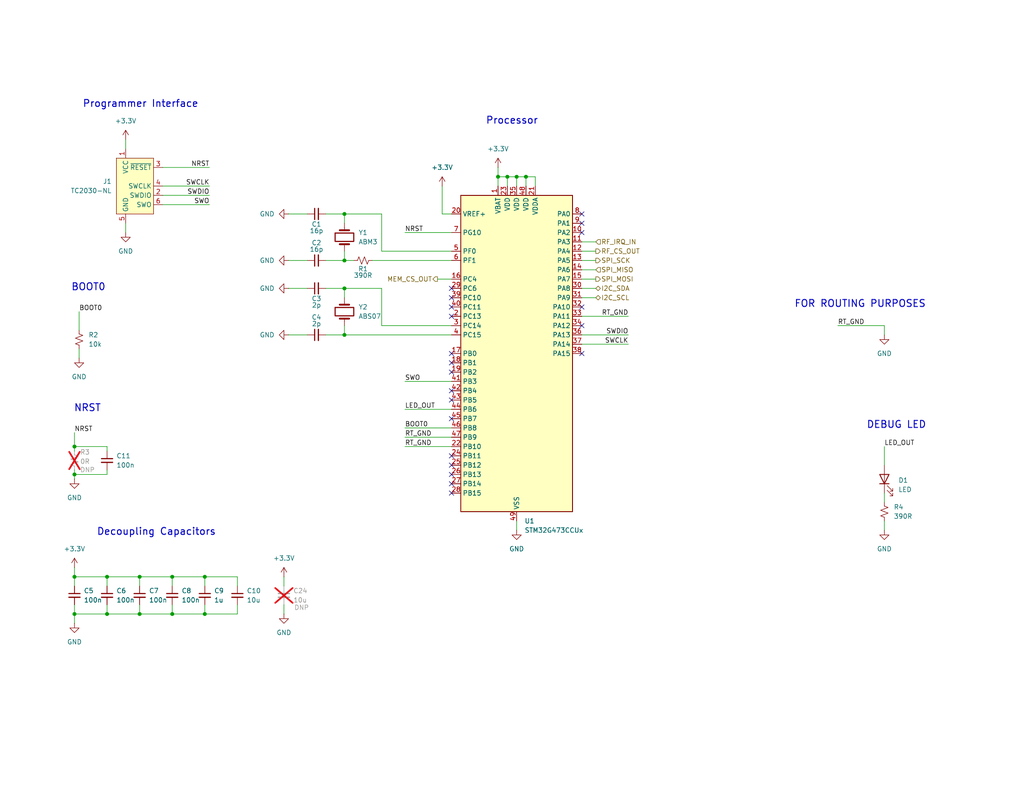
<source format=kicad_sch>
(kicad_sch (version 20250114) (generator "eeschema") (generator_version "9.0")
  (paper "USLetter")
  (title_block (title "Processor") (rev "1.0"))
  (lib_symbols
    (symbol "Connector:Conn_ARM_SWD_TagConnect_TC2030-NL" (in_bom no)
      (property "Reference" "J" (at 2.54 11.43 0))
      (property "Value" "Conn_ARM_SWD_TagConnect_TC2030-NL" (at 2.54 8.89 0))
      (symbol "Conn_ARM_SWD_TagConnect_TC2030-NL_0_0"
        (pin power_in line (at -2.54 10.16 270) (length 2.54) (name "VCC") (number "1"))
        (pin power_in line (at -2.54 -10.16 90) (length 2.54) (name "GND") (number "5"))
        (pin open_collector line (at 7.62 5.08 180) (length 2.54) (name "~{RESET}") (number "3"))
        (pin output line (at 7.62 0 180) (length 2.54) (name "SWCLK") (number "4"))
        (pin bidirectional line (at 7.62 -2.54 180) (length 2.54) (name "SWDIO") (number "2"))
        (pin input line (at 7.62 -5.08 180) (length 2.54) (name "SWO") (number "6"))
      )
      (symbol "Conn_ARM_SWD_TagConnect_TC2030-NL_0_1"
        (rectangle (start -5.08 7.62) (end 5.08 -7.62) (fill (type background)))
      )
    )
    (symbol "Device:C_Small" (pin_numbers (hide yes)) (pin_names (offset 0.254) (hide yes))
      (property "Reference" "C" (at 0.254 1.778 0))
      (property "Value" "C_Small" (at 0.254 -2.032 0))
      (symbol "C_Small_0_1"
        (polyline (pts (xy -1.524 0.508) (xy 1.524 0.508)) (stroke (width 0.3048)))
        (polyline (pts (xy -1.524 -0.508) (xy 1.524 -0.508)) (stroke (width 0.3302)))
      )
      (symbol "C_Small_1_1"
        (pin passive line (at 0 2.54 270) (length 2.032) (name "~") (number "1"))
        (pin passive line (at 0 -2.54 90) (length 2.032) (name "~") (number "2"))
      )
    )
    (symbol "Device:LED" (pin_numbers (hide yes)) (pin_names (offset 1.016) (hide yes))
      (property "Reference" "D" (at 0 2.54 0))
      (property "Value" "LED" (at 0 -2.54 0))
      (symbol "LED_0_1"
        (polyline (pts (xy -3.048 -0.762) (xy -4.572 -2.286) (xy -3.81 -2.286) (xy -4.572 -2.286) (xy -4.572 -1.524)))
        (polyline (pts (xy -1.778 -0.762) (xy -3.302 -2.286) (xy -2.54 -2.286) (xy -3.302 -2.286) (xy -3.302 -1.524)))
        (polyline (pts (xy -1.27 0) (xy 1.27 0)))
        (polyline (pts (xy -1.27 -1.27) (xy -1.27 1.27)) (stroke (width 0.254)))
        (polyline (pts (xy 1.27 -1.27) (xy 1.27 1.27) (xy -1.27 0) (xy 1.27 -1.27)) (stroke (width 0.254)))
      )
      (symbol "LED_1_1"
        (pin passive line (at -3.81 0 0) (length 2.54) (name "K") (number "1"))
        (pin passive line (at 3.81 0 180) (length 2.54) (name "A") (number "2"))
      )
    )
    (symbol "Device:R_Small_US" (pin_numbers (hide yes)) (pin_names (offset 0.254) (hide yes))
      (property "Reference" "R" (at 0.762 0.508 0))
      (property "Value" "R_Small_US" (at 0.762 -1.016 0))
      (symbol "R_Small_US_1_1"
        (polyline (pts (xy 0 1.524) (xy 1.016 1.143) (xy 0 0.762) (xy -1.016 0.381) (xy 0 0)))
        (polyline (pts (xy 0 0) (xy 1.016 -0.381) (xy 0 -0.762) (xy -1.016 -1.143) (xy 0 -1.524)))
        (pin passive line (at 0 2.54 270) (length 1.016) (name "~") (number "1"))
        (pin passive line (at 0 -2.54 90) (length 1.016) (name "~") (number "2"))
      )
    )
    (symbol "MCU_ST_STM32G4:STM32G473CCUx"
      (property "Reference" "U" (at -15.24 44.45 0))
      (property "Value" "STM32G473CCUx" (at 7.62 44.45 0))
      (symbol "STM32G473CCUx_0_1"
        (rectangle (start -15.24 -43.18) (end 15.24 43.18) (stroke (width 0.254)) (fill (type background)))
      )
      (symbol "STM32G473CCUx_1_1"
        (pin input line (at -17.78 38.1 0) (length 2.54) (name "VREF+") (number "20"))
        (pin bidirectional line (at -17.78 33.02 0) (length 2.54) (name "PG10") (number "7"))
        (pin bidirectional line (at -17.78 27.94 0) (length 2.54) (name "PF0") (number "5"))
        (pin bidirectional line (at -17.78 25.4 0) (length 2.54) (name "PF1") (number "6"))
        (pin bidirectional line (at -17.78 20.32 0) (length 2.54) (name "PC4") (number "16"))
        (pin bidirectional line (at -17.78 17.78 0) (length 2.54) (name "PC6") (number "29"))
        (pin bidirectional line (at -17.78 15.24 0) (length 2.54) (name "PC10") (number "39"))
        (pin bidirectional line (at -17.78 12.7 0) (length 2.54) (name "PC11") (number "40"))
        (pin bidirectional line (at -17.78 10.16 0) (length 2.54) (name "PC13") (number "2"))
        (pin bidirectional line (at -17.78 7.62 0) (length 2.54) (name "PC14") (number "3"))
        (pin bidirectional line (at -17.78 5.08 0) (length 2.54) (name "PC15") (number "4"))
        (pin bidirectional line (at -17.78 0 0) (length 2.54) (name "PB0") (number "17"))
        (pin bidirectional line (at -17.78 -2.54 0) (length 2.54) (name "PB1") (number "18"))
        (pin bidirectional line (at -17.78 -5.08 0) (length 2.54) (name "PB2") (number "19"))
        (pin bidirectional line (at -17.78 -7.62 0) (length 2.54) (name "PB3") (number "41"))
        (pin bidirectional line (at -17.78 -10.16 0) (length 2.54) (name "PB4") (number "42"))
        (pin bidirectional line (at -17.78 -12.7 0) (length 2.54) (name "PB5") (number "43"))
        (pin bidirectional line (at -17.78 -15.24 0) (length 2.54) (name "PB6") (number "44"))
        (pin bidirectional line (at -17.78 -17.78 0) (length 2.54) (name "PB7") (number "45"))
        (pin bidirectional line (at -17.78 -20.32 0) (length 2.54) (name "PB8") (number "46"))
        (pin bidirectional line (at -17.78 -22.86 0) (length 2.54) (name "PB9") (number "47"))
        (pin bidirectional line (at -17.78 -25.4 0) (length 2.54) (name "PB10") (number "22"))
        (pin bidirectional line (at -17.78 -27.94 0) (length 2.54) (name "PB11") (number "24"))
        (pin bidirectional line (at -17.78 -30.48 0) (length 2.54) (name "PB12") (number "25"))
        (pin bidirectional line (at -17.78 -33.02 0) (length 2.54) (name "PB13") (number "26"))
        (pin bidirectional line (at -17.78 -35.56 0) (length 2.54) (name "PB14") (number "27"))
        (pin bidirectional line (at -17.78 -38.1 0) (length 2.54) (name "PB15") (number "28"))
        (pin power_in line (at -5.08 45.72 270) (length 2.54) (name "VBAT") (number "1"))
        (pin power_in line (at -2.54 45.72 270) (length 2.54) (name "VDD") (number "23"))
        (pin power_in line (at 0 45.72 270) (length 2.54) (name "VDD") (number "35"))
        (pin power_in line (at 0 -45.72 90) (length 2.54) (name "VSS") (number "49"))
        (pin power_in line (at 2.54 45.72 270) (length 2.54) (name "VDD") (number "48"))
        (pin power_in line (at 5.08 45.72 270) (length 2.54) (name "VDDA") (number "21"))
        (pin bidirectional line (at 17.78 38.1 180) (length 2.54) (name "PA0") (number "8"))
        (pin bidirectional line (at 17.78 35.56 180) (length 2.54) (name "PA1") (number "9"))
        (pin bidirectional line (at 17.78 33.02 180) (length 2.54) (name "PA2") (number "10"))
        (pin bidirectional line (at 17.78 30.48 180) (length 2.54) (name "PA3") (number "11"))
        (pin bidirectional line (at 17.78 27.94 180) (length 2.54) (name "PA4") (number "12"))
        (pin bidirectional line (at 17.78 25.4 180) (length 2.54) (name "PA5") (number "13"))
        (pin bidirectional line (at 17.78 22.86 180) (length 2.54) (name "PA6") (number "14"))
        (pin bidirectional line (at 17.78 20.32 180) (length 2.54) (name "PA7") (number "15"))
        (pin bidirectional line (at 17.78 17.78 180) (length 2.54) (name "PA8") (number "30"))
        (pin bidirectional line (at 17.78 15.24 180) (length 2.54) (name "PA9") (number "31"))
        (pin bidirectional line (at 17.78 12.7 180) (length 2.54) (name "PA10") (number "32"))
        (pin bidirectional line (at 17.78 10.16 180) (length 2.54) (name "PA11") (number "33"))
        (pin bidirectional line (at 17.78 7.62 180) (length 2.54) (name "PA12") (number "34"))
        (pin bidirectional line (at 17.78 5.08 180) (length 2.54) (name "PA13") (number "36"))
        (pin bidirectional line (at 17.78 2.54 180) (length 2.54) (name "PA14") (number "37"))
        (pin bidirectional line (at 17.78 0 180) (length 2.54) (name "PA15") (number "38"))
      )
    )
    (symbol "kjp_symlib:ABM3-48.000MHZ-B2-T" (pin_numbers (hide yes)) (pin_names (offset 1.016) (hide yes))
      (property "Reference" "Y" (at 0 3.81 0))
      (property "Value" "ABM3-48.000MHZ-B2-T" (at 0 -3.81 0))
      (symbol "ABM3-48.000MHZ-B2-T_0_1"
        (polyline (pts (xy -2.54 0) (xy -1.905 0)))
        (polyline (pts (xy -1.905 -1.27) (xy -1.905 1.27)) (stroke (width 0.508)))
        (rectangle (start -1.143 2.54) (end 1.143 -2.54) (stroke (width 0.3048)))
        (polyline (pts (xy 1.905 -1.27) (xy 1.905 1.27)) (stroke (width 0.508)))
        (polyline (pts (xy 2.54 0) (xy 1.905 0)))
      )
      (symbol "ABM3-48.000MHZ-B2-T_1_1"
        (pin passive line (at -3.81 0 0) (length 1.27) (name "1") (number "1"))
        (pin passive line (at 3.81 0 180) (length 1.27) (name "2") (number "2"))
      )
    )
    (symbol "kjp_symlib:ABS07-120-32.768KHZ-T" (pin_numbers (hide yes)) (pin_names (offset 1.016) (hide yes))
      (property "Reference" "Y" (at 0 3.81 0))
      (property "Value" "ABS07-120-32.768KHZ-T" (at 0 -3.81 0))
      (symbol "ABS07-120-32.768KHZ-T_0_1"
        (polyline (pts (xy -2.54 0) (xy -1.905 0)))
        (polyline (pts (xy -1.905 -1.27) (xy -1.905 1.27)) (stroke (width 0.508)))
        (rectangle (start -1.143 2.54) (end 1.143 -2.54) (stroke (width 0.3048)))
        (polyline (pts (xy 1.905 -1.27) (xy 1.905 1.27)) (stroke (width 0.508)))
        (polyline (pts (xy 2.54 0) (xy 1.905 0)))
      )
      (symbol "ABS07-120-32.768KHZ-T_1_1"
        (pin passive line (at -3.81 0 0) (length 1.27) (name "1") (number "1"))
        (pin passive line (at 3.81 0 180) (length 1.27) (name "2") (number "2"))
      )
    )
    (symbol "power:+3.3V" (power) (pin_numbers (hide yes)) (pin_names (offset 0) (hide yes))
      (property "Value" "+3.3V" (at 0 3.556 0))
      (symbol "+3.3V_0_1"
        (polyline (pts (xy -0.762 1.27) (xy 0 2.54)))
        (polyline (pts (xy 0 2.54) (xy 0.762 1.27)))
        (polyline (pts (xy 0 0) (xy 0 2.54)))
      )
      (symbol "+3.3V_1_1"
        (pin power_in line (at 0 0 90) (length 0) (name "~") (number "1"))
      )
    )
    (symbol "power:GND" (power) (pin_numbers (hide yes)) (pin_names (offset 0) (hide yes))
      (property "Value" "GND" (at 0 -3.81 0))
      (symbol "GND_0_1"
        (polyline (pts (xy 0 0) (xy 0 -1.27) (xy 1.27 -1.27) (xy 0 -2.54) (xy -1.27 -1.27) (xy 0 -1.27)))
      )
      (symbol "GND_1_1"
        (pin power_in line (at 0 0 270) (length 0) (name "~") (number "1"))
      )
    )
  )
  (text "Programmer Interface" (at 38.354 28.448 0) (effects (font (size 1.905 1.905) (thickness 0.254) (bold yes))))
  (text "Decoupling Capacitors" (at 42.672 145.288 0) (effects (font (size 1.905 1.905) (thickness 0.254) (bold yes))))
  (text "BOOT0" (at 24.13 78.486 0) (effects (font (size 1.905 1.905) (thickness 0.254) (bold yes))))
  (text "NRST" (at 23.876 111.506 0) (effects (font (size 1.905 1.905) (thickness 0.254) (bold yes))))
  (text "Processor" (at 139.7 33.02 0) (effects (font (size 1.905 1.905) (thickness 0.254) (bold yes))))
  (text "DEBUG LED" (at 244.602 116.078 0) (effects (font (size 1.905 1.905) (thickness 0.254) (bold yes))))
  (text "FOR ROUTING PURPOSES" (at 234.696 83.058 0) (effects (font (size 1.905 1.905) (thickness 0.254) (bold yes))))
  (junction (at 55.88 167.64))
  (junction (at 20.32 167.64))
  (junction (at 55.88 157.48))
  (junction (at 140.97 48.26))
  (junction (at 46.99 157.48))
  (junction (at 38.1 167.64))
  (junction (at 93.98 71.12))
  (junction (at 20.32 121.92))
  (junction (at 93.98 58.42))
  (junction (at 29.21 157.48))
  (junction (at 138.43 48.26))
  (junction (at 93.98 91.44))
  (junction (at 38.1 157.48))
  (junction (at 46.99 167.64))
  (junction (at 20.32 129.54))
  (junction (at 29.21 167.64))
  (junction (at 135.89 48.26))
  (junction (at 20.32 157.48))
  (junction (at 93.98 78.74))
  (junction (at 143.51 48.26))
  (no_connect (at 123.19 78.74))
  (no_connect (at 123.19 106.68))
  (no_connect (at 123.19 81.28))
  (no_connect (at 123.19 83.82))
  (no_connect (at 158.75 63.5))
  (no_connect (at 158.75 96.52))
  (no_connect (at 123.19 101.6))
  (no_connect (at 123.19 114.3))
  (no_connect (at 123.19 86.36))
  (no_connect (at 123.19 134.62))
  (no_connect (at 123.19 96.52))
  (no_connect (at 158.75 58.42))
  (no_connect (at 158.75 83.82))
  (no_connect (at 123.19 127))
  (no_connect (at 123.19 132.08))
  (no_connect (at 158.75 60.96))
  (no_connect (at 123.19 99.06))
  (no_connect (at 123.19 129.54))
  (no_connect (at 123.19 124.46))
  (no_connect (at 123.19 109.22))
  (no_connect (at 158.75 88.9))
  (wire (pts (xy 57.15 53.34) (xy 44.45 53.34)))
  (wire (pts (xy 140.97 48.26) (xy 138.43 48.26)))
  (wire (pts (xy 29.21 128.27) (xy 29.21 129.54)))
  (wire (pts (xy 64.77 157.48) (xy 64.77 160.02)))
  (wire (pts (xy 20.32 118.11) (xy 20.32 121.92)))
  (wire (pts (xy 29.21 157.48) (xy 38.1 157.48)))
  (wire (pts (xy 120.65 58.42) (xy 123.19 58.42)))
  (wire (pts (xy 101.6 71.12) (xy 123.19 71.12)))
  (wire (pts (xy 104.14 88.9) (xy 104.14 78.74)))
  (wire (pts (xy 88.9 58.42) (xy 93.98 58.42)))
  (wire (pts (xy 241.3 134.62) (xy 241.3 137.16)))
  (wire (pts (xy 78.74 91.44) (xy 83.82 91.44)))
  (wire (pts (xy 158.75 71.12) (xy 162.56 71.12)))
  (wire (pts (xy 135.89 45.72) (xy 135.89 48.26)))
  (wire (pts (xy 123.19 121.92) (xy 110.49 121.92)))
  (wire (pts (xy 29.21 123.19) (xy 29.21 121.92)))
  (wire (pts (xy 158.75 68.58) (xy 162.56 68.58)))
  (wire (pts (xy 29.21 165.1) (xy 29.21 167.64)))
  (wire (pts (xy 123.19 91.44) (xy 93.98 91.44)))
  (wire (pts (xy 104.14 68.58) (xy 104.14 58.42)))
  (wire (pts (xy 104.14 68.58) (xy 123.19 68.58)))
  (wire (pts (xy 88.9 78.74) (xy 93.98 78.74)))
  (wire (pts (xy 20.32 129.54) (xy 29.21 129.54)))
  (wire (pts (xy 46.99 165.1) (xy 46.99 167.64)))
  (wire (pts (xy 57.15 55.88) (xy 44.45 55.88)))
  (wire (pts (xy 55.88 165.1) (xy 55.88 167.64)))
  (wire (pts (xy 146.05 50.8) (xy 146.05 48.26)))
  (wire (pts (xy 158.75 91.44) (xy 171.45 91.44)))
  (wire (pts (xy 88.9 71.12) (xy 93.98 71.12)))
  (wire (pts (xy 55.88 160.02) (xy 55.88 157.48)))
  (wire (pts (xy 93.98 78.74) (xy 93.98 81.28)))
  (wire (pts (xy 110.49 63.5) (xy 123.19 63.5)))
  (wire (pts (xy 158.75 86.36) (xy 171.45 86.36)))
  (wire (pts (xy 241.3 121.92) (xy 241.3 127)))
  (wire (pts (xy 138.43 48.26) (xy 135.89 48.26)))
  (wire (pts (xy 104.14 78.74) (xy 93.98 78.74)))
  (wire (pts (xy 120.65 50.8) (xy 120.65 58.42)))
  (wire (pts (xy 38.1 157.48) (xy 38.1 160.02)))
  (wire (pts (xy 21.59 95.25) (xy 21.59 97.79)))
  (wire (pts (xy 55.88 167.64) (xy 64.77 167.64)))
  (wire (pts (xy 44.45 50.8) (xy 57.15 50.8)))
  (wire (pts (xy 20.32 165.1) (xy 20.32 167.64)))
  (wire (pts (xy 57.15 45.72) (xy 44.45 45.72)))
  (wire (pts (xy 158.75 76.2) (xy 162.56 76.2)))
  (wire (pts (xy 119.38 76.2) (xy 123.19 76.2)))
  (wire (pts (xy 110.49 111.76) (xy 123.19 111.76)))
  (wire (pts (xy 241.3 88.9) (xy 241.3 91.44)))
  (wire (pts (xy 135.89 48.26) (xy 135.89 50.8)))
  (wire (pts (xy 93.98 88.9) (xy 93.98 91.44)))
  (wire (pts (xy 46.99 157.48) (xy 46.99 160.02)))
  (wire (pts (xy 46.99 167.64) (xy 55.88 167.64)))
  (wire (pts (xy 78.74 78.74) (xy 83.82 78.74)))
  (wire (pts (xy 110.49 116.84) (xy 123.19 116.84)))
  (wire (pts (xy 143.51 48.26) (xy 143.51 50.8)))
  (wire (pts (xy 29.21 157.48) (xy 29.21 160.02)))
  (wire (pts (xy 123.19 119.38) (xy 110.49 119.38)))
  (wire (pts (xy 55.88 157.48) (xy 64.77 157.48)))
  (wire (pts (xy 20.32 154.94) (xy 20.32 157.48)))
  (wire (pts (xy 146.05 48.26) (xy 143.51 48.26)))
  (wire (pts (xy 77.47 157.48) (xy 77.47 160.02)))
  (wire (pts (xy 158.75 73.66) (xy 162.56 73.66)))
  (wire (pts (xy 110.49 104.14) (xy 123.19 104.14)))
  (wire (pts (xy 77.47 165.1) (xy 77.47 167.64)))
  (wire (pts (xy 38.1 167.64) (xy 46.99 167.64)))
  (wire (pts (xy 158.75 81.28) (xy 162.56 81.28)))
  (wire (pts (xy 241.3 88.9) (xy 228.6 88.9)))
  (wire (pts (xy 123.19 88.9) (xy 104.14 88.9)))
  (wire (pts (xy 78.74 71.12) (xy 83.82 71.12)))
  (wire (pts (xy 104.14 58.42) (xy 93.98 58.42)))
  (wire (pts (xy 20.32 121.92) (xy 20.32 123.19)))
  (wire (pts (xy 34.29 60.96) (xy 34.29 63.5)))
  (wire (pts (xy 38.1 157.48) (xy 46.99 157.48)))
  (wire (pts (xy 38.1 165.1) (xy 38.1 167.64)))
  (wire (pts (xy 20.32 157.48) (xy 29.21 157.48)))
  (wire (pts (xy 20.32 167.64) (xy 29.21 167.64)))
  (wire (pts (xy 140.97 142.24) (xy 140.97 144.78)))
  (wire (pts (xy 20.32 121.92) (xy 29.21 121.92)))
  (wire (pts (xy 20.32 128.27) (xy 20.32 129.54)))
  (wire (pts (xy 29.21 167.64) (xy 38.1 167.64)))
  (wire (pts (xy 158.75 78.74) (xy 162.56 78.74)))
  (wire (pts (xy 78.74 58.42) (xy 83.82 58.42)))
  (wire (pts (xy 158.75 93.98) (xy 171.45 93.98)))
  (wire (pts (xy 46.99 157.48) (xy 55.88 157.48)))
  (wire (pts (xy 93.98 71.12) (xy 93.98 68.58)))
  (wire (pts (xy 20.32 160.02) (xy 20.32 157.48)))
  (wire (pts (xy 64.77 167.64) (xy 64.77 165.1)))
  (wire (pts (xy 140.97 48.26) (xy 140.97 50.8)))
  (wire (pts (xy 88.9 91.44) (xy 93.98 91.44)))
  (wire (pts (xy 21.59 85.09) (xy 21.59 90.17)))
  (wire (pts (xy 138.43 48.26) (xy 138.43 50.8)))
  (wire (pts (xy 34.29 38.1) (xy 34.29 40.64)))
  (wire (pts (xy 158.75 66.04) (xy 162.56 66.04)))
  (wire (pts (xy 241.3 142.24) (xy 241.3 144.78)))
  (wire (pts (xy 20.32 167.64) (xy 20.32 170.18)))
  (wire (pts (xy 93.98 58.42) (xy 93.98 60.96)))
  (wire (pts (xy 96.52 71.12) (xy 93.98 71.12)))
  (wire (pts (xy 20.32 129.54) (xy 20.32 130.81)))
  (wire (pts (xy 143.51 48.26) (xy 140.97 48.26)))
  (label "BOOT0" (at 110.49 116.84 0))
  (label "SWCLK" (at 171.45 93.98 180))
  (label "LED_OUT" (at 241.3 121.92 0))
  (label "BOOT0" (at 21.59 85.09 0))
  (label "LED_OUT" (at 110.49 111.76 0))
  (label "NRST" (at 57.15 45.72 180))
  (label "RT_GND" (at 110.49 119.38 0))
  (label "RT_GND" (at 171.45 86.36 180))
  (label "SWO" (at 110.49 104.14 0))
  (label "SWDIO" (at 171.45 91.44 180))
  (label "NRST" (at 110.49 63.5 0))
  (label "SWO" (at 57.15 55.88 180))
  (label "RT_GND" (at 228.6 88.9 0))
  (label "SWCLK" (at 57.15 50.8 180))
  (label "NRST" (at 20.32 118.11 0))
  (label "SWDIO" (at 57.15 53.34 180))
  (label "RT_GND" (at 110.49 121.92 0))
  (hierarchical_label "SPI_MISO" (shape input) (at 162.56 73.66 0))
  (hierarchical_label "SPI_MOSI" (shape output) (at 162.56 76.2 0))
  (hierarchical_label "SPI_SCK" (shape output) (at 162.56 71.12 0))
  (hierarchical_label "RF_IRQ_IN" (shape input) (at 162.56 66.04 0))
  (hierarchical_label "MEM_CS_OUT" (shape output) (at 119.38 76.2 180))
  (hierarchical_label "I2C_SDA" (shape bidirectional) (at 162.56 78.74 0))
  (hierarchical_label "I2C_SCL" (shape bidirectional) (at 162.56 81.28 0))
  (hierarchical_label "RF_CS_OUT" (shape output) (at 162.56 68.58 0))
  (symbol (lib_id "Device:C_Small") (at 29.21 125.73 0) (unit 1)
    (property "Reference" "C11" (at 31.75 124.4662 0) (effects (justify left)))
    (property "Value" "100n" (at 31.75 127.0062 0) (effects (justify left)))
    (property "Footprint" "Capacitor_SMD:C_0402_1005Metric" (effects (hide yes)))
    (property "Description" "Unpolarized capacitor, small symbol" (effects (hide yes)))
  )
  (symbol (lib_id "kjp_symlib:ABM3-48.000MHZ-B2-T") (at 93.98 64.77 90) (unit 1)
    (property "Reference" "Y1" (at 97.79 63.4999 90) (effects (justify right)))
    (property "Value" "ABM3" (at 97.79 66.0399 90) (effects (justify right)))
    (property "Footprint" "kjp_fplib:ABM3-48.000MHZ-B2-T" (effects (hide yes)))
    (property "Datasheet" "https://abracon.com/Resonators/ABM3.pdf" (effects (hide yes)))
    (property "Description" "Two pin crystal" (effects (hide yes)))
  )
  (symbol (lib_id "power:GND") (at 78.74 78.74 270) (unit 1)
    (property "Reference" "#PWR06" (effects (hide yes)))
    (property "Value" "GND" (at 74.93 78.7399 90) (effects (justify right)))
    (property "Description" "Power symbol creates a global label with name \"GND\" , ground" (effects (hide yes)))
  )
  (symbol (lib_id "Device:C_Small") (at 86.36 71.12 90) (unit 1)
    (property "Reference" "C2" (at 86.36 66.294 90))
    (property "Value" "16p" (at 86.36 68.072 90))
    (property "Footprint" "Capacitor_SMD:C_0402_1005Metric" (effects (hide yes)))
    (property "Description" "Unpolarized capacitor, small symbol" (effects (hide yes)))
  )
  (symbol (lib_id "power:GND") (at 20.32 130.81 0) (unit 1)
    (property "Reference" "#PWR011" (effects (hide yes)))
    (property "Value" "GND" (at 20.32 135.89 0))
    (property "Description" "Power symbol creates a global label with name \"GND\" , ground" (effects (hide yes)))
  )
  (symbol (lib_id "Device:C_Small") (at 46.99 162.56 0) (unit 1)
    (property "Reference" "C8" (at 49.53 161.2962 0) (effects (justify left)))
    (property "Value" "100n" (at 49.53 163.8362 0) (effects (justify left)))
    (property "Footprint" "Capacitor_SMD:C_0402_1005Metric" (effects (hide yes)))
    (property "Description" "Unpolarized capacitor, small symbol" (effects (hide yes)))
  )
  (symbol (lib_id "power:GND") (at 77.47 167.64 0) (unit 1)
    (property "Reference" "#PWR028" (effects (hide yes)))
    (property "Value" "GND" (at 77.47 172.72 0))
    (property "Description" "Power symbol creates a global label with name \"GND\" , ground" (effects (hide yes)))
  )
  (symbol (lib_id "power:GND") (at 34.29 63.5 0) (unit 1)
    (property "Reference" "#PWR013" (effects (hide yes)))
    (property "Value" "GND" (at 34.29 68.58 0))
    (property "Description" "Power symbol creates a global label with name \"GND\" , ground" (effects (hide yes)))
  )
  (symbol (lib_id "power:+3.3V") (at 135.89 45.72 0) (unit 1)
    (property "Reference" "#PWR01" (effects (hide yes)))
    (property "Value" "+3.3V" (at 135.89 40.64 0))
    (property "Description" "Power symbol creates a global label with name \"+3.3V\"" (effects (hide yes)))
  )
  (symbol (lib_id "power:+3.3V") (at 34.29 38.1 0) (unit 1)
    (property "Reference" "#PWR012" (effects (hide yes)))
    (property "Value" "+3.3V" (at 34.29 33.02 0))
    (property "Description" "Power symbol creates a global label with name \"+3.3V\"" (effects (hide yes)))
  )
  (symbol (lib_id "power:+3.3V") (at 120.65 50.8 0) (unit 1)
    (property "Reference" "#PWR03" (effects (hide yes)))
    (property "Value" "+3.3V" (at 120.65 45.72 0))
    (property "Description" "Power symbol creates a global label with name \"+3.3V\"" (effects (hide yes)))
  )
  (symbol (lib_id "power:+3.3V") (at 20.32 154.94 0) (unit 1)
    (property "Reference" "#PWR08" (effects (hide yes)))
    (property "Value" "+3.3V" (at 20.32 149.86 0))
    (property "Description" "Power symbol creates a global label with name \"+3.3V\"" (effects (hide yes)))
  )
  (symbol (lib_id "Device:C_Small") (at 20.32 162.56 0) (unit 1)
    (property "Reference" "C5" (at 22.86 161.2962 0) (effects (justify left)))
    (property "Value" "100n" (at 22.86 163.8362 0) (effects (justify left)))
    (property "Footprint" "Capacitor_SMD:C_0402_1005Metric" (effects (hide yes)))
    (property "Description" "Unpolarized capacitor, small symbol" (effects (hide yes)))
  )
  (symbol (lib_id "power:GND") (at 20.32 170.18 0) (unit 1)
    (property "Reference" "#PWR09" (effects (hide yes)))
    (property "Value" "GND" (at 20.32 175.26 0))
    (property "Description" "Power symbol creates a global label with name \"GND\" , ground" (effects (hide yes)))
  )
  (symbol (lib_id "power:GND") (at 78.74 91.44 270) (unit 1)
    (property "Reference" "#PWR07" (effects (hide yes)))
    (property "Value" "GND" (at 74.93 91.4399 90) (effects (justify right)))
    (property "Description" "Power symbol creates a global label with name \"GND\" , ground" (effects (hide yes)))
  )
  (symbol (lib_id "Device:C_Small") (at 86.36 91.44 90) (unit 1)
    (property "Reference" "C4" (at 86.36 86.614 90))
    (property "Value" "2p" (at 86.36 88.392 90))
    (property "Footprint" "Capacitor_SMD:C_0402_1005Metric" (effects (hide yes)))
    (property "Description" "Unpolarized capacitor, small symbol" (effects (hide yes)))
  )
  (symbol (lib_id "Device:C_Small") (at 29.21 162.56 0) (unit 1)
    (property "Reference" "C6" (at 31.75 161.2962 0) (effects (justify left)))
    (property "Value" "100n" (at 31.75 163.8362 0) (effects (justify left)))
    (property "Footprint" "Capacitor_SMD:C_0402_1005Metric" (effects (hide yes)))
    (property "Description" "Unpolarized capacitor, small symbol" (effects (hide yes)))
  )
  (symbol (lib_id "Device:LED") (at 241.3 130.81 90) (unit 1)
    (property "Reference" "D1" (at 245.11 131.1274 90) (effects (justify right)))
    (property "Value" "LED" (at 245.11 133.6674 90) (effects (justify right)))
    (property "Footprint" "LED_SMD:LED_0402_1005Metric" (effects (hide yes)))
    (property "Description" "Light emitting diode" (effects (hide yes)))
    (property "Sim.Pins" "1=K 2=A" (effects (hide yes)))
  )
  (symbol (lib_id "Device:C_Small") (at 77.47 162.56 0) (unit 1) (dnp yes)
    (property "Reference" "C24" (at 80.01 161.2962 0) (effects (justify left)))
    (property "Value" "10u" (at 80.01 163.8362 0) (effects (justify left)))
    (property "Footprint" "Capacitor_SMD:C_0603_1608Metric" (effects (hide yes)))
    (property "Description" "Unpolarized capacitor, small symbol" (effects (hide yes)))
    (property "Pop" "DNP" (at 82.296 165.862 0))
  )
  (symbol (lib_id "Connector:Conn_ARM_SWD_TagConnect_TC2030-NL") (at 36.83 50.8 0) (unit 1) (in_bom no)
    (property "Reference" "J1" (at 30.48 49.5299 0) (effects (justify right)))
    (property "Value" "TC2030-NL" (at 30.48 52.0699 0) (effects (justify right)))
    (property "Footprint" "Connector:Tag-Connect_TC2030-IDC-NL_2x03_P1.27mm_Vertical" (effects (hide yes)))
    (property "Datasheet" "https://www.tag-connect.com/wp-content/uploads/bsk-pdf-manager/TC2030-CTX_1.pdf" (effects (hide yes)))
    (property "Description" "Tag-Connect ARM Cortex SWD JTAG connector, 6 pin, no legs" (effects (hide yes)))
  )
  (symbol (lib_id "power:GND") (at 140.97 144.78 0) (unit 1)
    (property "Reference" "#PWR02" (effects (hide yes)))
    (property "Value" "GND" (at 140.97 149.86 0))
    (property "Description" "Power symbol creates a global label with name \"GND\" , ground" (effects (hide yes)))
  )
  (symbol (lib_id "power:+3.3V") (at 77.47 157.48 0) (unit 1)
    (property "Reference" "#PWR027" (effects (hide yes)))
    (property "Value" "+3.3V" (at 77.47 152.4 0))
    (property "Description" "Power symbol creates a global label with name \"+3.3V\"" (effects (hide yes)))
  )
  (symbol (lib_id "Device:R_Small_US") (at 21.59 92.71 0) (unit 1)
    (property "Reference" "R2" (at 24.13 91.4399 0) (effects (justify left)))
    (property "Value" "10k" (at 24.13 93.9799 0) (effects (justify left)))
    (property "Footprint" "Resistor_SMD:R_0402_1005Metric" (effects (hide yes)))
    (property "Description" "Resistor, small US symbol" (effects (hide yes)))
  )
  (symbol (lib_id "power:GND") (at 241.3 91.44 0) (unit 1)
    (property "Reference" "#PWR049" (effects (hide yes)))
    (property "Value" "GND" (at 241.3 96.52 0))
    (property "Description" "Power symbol creates a global label with name \"GND\" , ground" (effects (hide yes)))
  )
  (symbol (lib_id "Device:C_Small") (at 64.77 162.56 0) (unit 1)
    (property "Reference" "C10" (at 67.31 161.2962 0) (effects (justify left)))
    (property "Value" "10u" (at 67.31 163.8362 0) (effects (justify left)))
    (property "Footprint" "Capacitor_SMD:C_0603_1608Metric" (effects (hide yes)))
    (property "Description" "Unpolarized capacitor, small symbol" (effects (hide yes)))
  )
  (symbol (lib_id "Device:R_Small_US") (at 99.06 71.12 90) (unit 1)
    (property "Reference" "R1" (at 99.06 73.406 90))
    (property "Value" "390R" (at 99.06 75.184 90))
    (property "Footprint" "Resistor_SMD:R_0402_1005Metric" (effects (hide yes)))
    (property "Description" "Resistor, small US symbol" (effects (hide yes)))
  )
  (symbol (lib_id "power:GND") (at 78.74 71.12 270) (unit 1)
    (property "Reference" "#PWR05" (effects (hide yes)))
    (property "Value" "GND" (at 74.93 71.1199 90) (effects (justify right)))
    (property "Description" "Power symbol creates a global label with name \"GND\" , ground" (effects (hide yes)))
  )
  (symbol (lib_id "Device:R_Small_US") (at 241.3 139.7 0) (unit 1)
    (property "Reference" "R4" (at 243.84 138.4299 0) (effects (justify left)))
    (property "Value" "390R" (at 243.84 140.9699 0) (effects (justify left)))
    (property "Footprint" "Resistor_SMD:R_0402_1005Metric" (effects (hide yes)))
    (property "Description" "Resistor, small US symbol" (effects (hide yes)))
  )
  (symbol (lib_id "Device:C_Small") (at 38.1 162.56 0) (unit 1)
    (property "Reference" "C7" (at 40.64 161.2962 0) (effects (justify left)))
    (property "Value" "100n" (at 40.64 163.8362 0) (effects (justify left)))
    (property "Footprint" "Capacitor_SMD:C_0402_1005Metric" (effects (hide yes)))
    (property "Description" "Unpolarized capacitor, small symbol" (effects (hide yes)))
  )
  (symbol (lib_id "Device:C_Small") (at 86.36 58.42 90) (unit 1)
    (property "Reference" "C1" (at 86.36 61.214 90))
    (property "Value" "16p" (at 86.36 62.992 90))
    (property "Footprint" "Capacitor_SMD:C_0402_1005Metric" (effects (hide yes)))
    (property "Description" "Unpolarized capacitor, small symbol" (effects (hide yes)))
  )
  (symbol (lib_id "Device:C_Small") (at 55.88 162.56 0) (unit 1)
    (property "Reference" "C9" (at 58.42 161.2962 0) (effects (justify left)))
    (property "Value" "1u" (at 58.42 163.8362 0) (effects (justify left)))
    (property "Footprint" "Capacitor_SMD:C_0402_1005Metric" (effects (hide yes)))
    (property "Description" "Unpolarized capacitor, small symbol" (effects (hide yes)))
  )
  (symbol (lib_id "power:GND") (at 78.74 58.42 270) (unit 1)
    (property "Reference" "#PWR04" (effects (hide yes)))
    (property "Value" "GND" (at 74.93 58.4199 90) (effects (justify right)))
    (property "Description" "Power symbol creates a global label with name \"GND\" , ground" (effects (hide yes)))
  )
  (symbol (lib_id "kjp_symlib:ABS07-120-32.768KHZ-T") (at 93.98 85.09 90) (unit 1)
    (property "Reference" "Y2" (at 97.79 83.8199 90) (effects (justify right)))
    (property "Value" "ABS07" (at 97.79 86.3599 90) (effects (justify right)))
    (property "Footprint" "kjp_fplib:ABS07-120-32.768KHZ-T" (effects (hide yes)))
    (property "Datasheet" "https://abracon.com/datasheets/ABS07-120-32.768kHz-T.pdf" (effects (hide yes)))
    (property "Description" "Two pin crystal" (effects (hide yes)))
  )
  (symbol (lib_id "MCU_ST_STM32G4:STM32G473CCUx") (at 140.97 96.52 0) (unit 1)
    (property "Reference" "U1" (at 143.1133 142.24 0) (effects (justify left)))
    (property "Value" "STM32G473CCUx" (at 143.1133 144.78 0) (effects (justify left)))
    (property "Footprint" "Package_DFN_QFN:QFN-48-1EP_7x7mm_P0.5mm_EP5.6x5.6mm" (effects (hide yes)))
    (property "Datasheet" "https://www.st.com/resource/en/datasheet/stm32g473cc.pdf" (effects (hide yes)))
    (property "Description" "STMicroelectronics Arm Cortex-M4 MCU, 256KB flash, 128KB RAM, 170 MHz, 1.71-3.6V, 42 GPIO, UFQFPN48" (effects (hide yes)))
  )
  (symbol (lib_id "power:GND") (at 21.59 97.79 0) (unit 1)
    (property "Reference" "#PWR010" (effects (hide yes)))
    (property "Value" "GND" (at 21.59 102.87 0))
    (property "Description" "Power symbol creates a global label with name \"GND\" , ground" (effects (hide yes)))
  )
  (symbol (lib_id "Device:C_Small") (at 86.36 78.74 90) (unit 1)
    (property "Reference" "C3" (at 86.36 81.534 90))
    (property "Value" "2p" (at 86.36 83.312 90))
    (property "Footprint" "Capacitor_SMD:C_0402_1005Metric" (effects (hide yes)))
    (property "Description" "Unpolarized capacitor, small symbol" (effects (hide yes)))
  )
  (symbol (lib_id "power:GND") (at 241.3 144.78 0) (unit 1)
    (property "Reference" "#PWR014" (effects (hide yes)))
    (property "Value" "GND" (at 241.3 149.86 0))
    (property "Description" "Power symbol creates a global label with name \"GND\" , ground" (effects (hide yes)))
  )
  (symbol (lib_id "Device:R_Small_US") (at 20.32 125.73 0) (unit 1) (dnp yes)
    (property "Reference" "R3" (at 21.844 123.4439 0) (effects (justify left)))
    (property "Value" "0R" (at 21.844 125.9839 0) (effects (justify left)))
    (property "Footprint" "Resistor_SMD:R_0402_1005Metric" (effects (hide yes)))
    (property "Description" "Resistor, small US symbol" (effects (hide yes)))
    (property "Pop" "DNP" (at 23.876 128.27 0))
  )
)
</source>
